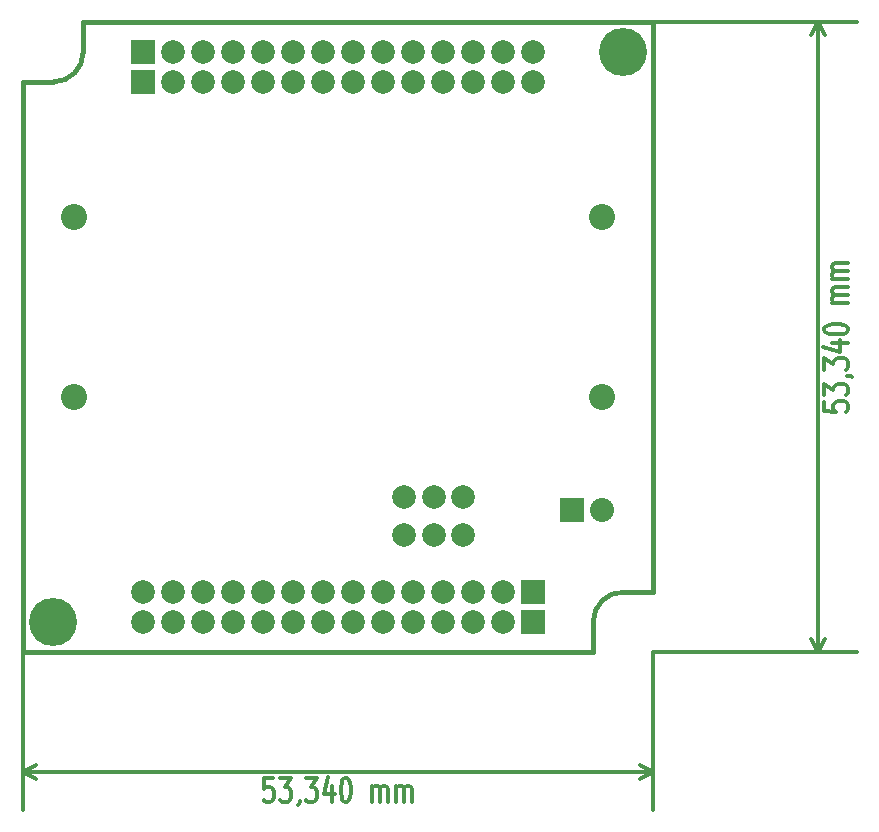
<source format=gbs>
G04 (created by PCBNEW (2013-mar-13)-testing) date Thu 27 Jun 2013 11:50:03 AM CEST*
%MOIN*%
G04 Gerber Fmt 3.4, Leading zero omitted, Abs format*
%FSLAX34Y34*%
G01*
G70*
G90*
G04 APERTURE LIST*
%ADD10C,0.005906*%
%ADD11C,0.015000*%
%ADD12C,0.012000*%
%ADD13C,0.079100*%
%ADD14C,0.086929*%
%ADD15C,0.160000*%
%ADD16R,0.080000X0.080000*%
%ADD17C,0.080000*%
%ADD18R,0.079100X0.079100*%
G04 APERTURE END LIST*
G54D10*
G54D11*
X44000Y-47500D02*
X44000Y-66500D01*
X25000Y-47500D02*
X44000Y-47500D01*
X23000Y-68500D02*
X23000Y-49500D01*
X42000Y-68500D02*
X23000Y-68500D01*
X42000Y-67500D02*
X42000Y-68500D01*
X43000Y-66500D02*
X44000Y-66500D01*
X24000Y-49500D02*
X23000Y-49500D01*
X25000Y-48500D02*
X25000Y-47500D01*
X24000Y-49500D02*
G75*
G03X25000Y-48500I0J1000D01*
G74*
G01*
X43000Y-66500D02*
G75*
G03X42000Y-67500I0J-1000D01*
G74*
G01*
G54D12*
X31328Y-72700D02*
X31042Y-72700D01*
X31014Y-73081D01*
X31042Y-73043D01*
X31099Y-73005D01*
X31242Y-73005D01*
X31299Y-73043D01*
X31328Y-73081D01*
X31357Y-73158D01*
X31357Y-73348D01*
X31328Y-73424D01*
X31299Y-73462D01*
X31242Y-73500D01*
X31099Y-73500D01*
X31042Y-73462D01*
X31014Y-73424D01*
X31557Y-72700D02*
X31928Y-72700D01*
X31728Y-73005D01*
X31814Y-73005D01*
X31871Y-73043D01*
X31899Y-73081D01*
X31928Y-73158D01*
X31928Y-73348D01*
X31899Y-73424D01*
X31871Y-73462D01*
X31814Y-73500D01*
X31642Y-73500D01*
X31585Y-73462D01*
X31557Y-73424D01*
X32214Y-73462D02*
X32214Y-73500D01*
X32185Y-73577D01*
X32157Y-73615D01*
X32414Y-72700D02*
X32785Y-72700D01*
X32585Y-73005D01*
X32671Y-73005D01*
X32728Y-73043D01*
X32757Y-73081D01*
X32785Y-73158D01*
X32785Y-73348D01*
X32757Y-73424D01*
X32728Y-73462D01*
X32671Y-73500D01*
X32500Y-73500D01*
X32442Y-73462D01*
X32414Y-73424D01*
X33300Y-72967D02*
X33300Y-73500D01*
X33157Y-72662D02*
X33014Y-73234D01*
X33385Y-73234D01*
X33728Y-72700D02*
X33785Y-72700D01*
X33842Y-72739D01*
X33871Y-72777D01*
X33900Y-72853D01*
X33928Y-73005D01*
X33928Y-73196D01*
X33900Y-73348D01*
X33871Y-73424D01*
X33842Y-73462D01*
X33785Y-73500D01*
X33728Y-73500D01*
X33671Y-73462D01*
X33642Y-73424D01*
X33614Y-73348D01*
X33585Y-73196D01*
X33585Y-73005D01*
X33614Y-72853D01*
X33642Y-72777D01*
X33671Y-72739D01*
X33728Y-72700D01*
X34642Y-73500D02*
X34642Y-72967D01*
X34642Y-73043D02*
X34671Y-73005D01*
X34728Y-72967D01*
X34814Y-72967D01*
X34871Y-73005D01*
X34900Y-73081D01*
X34900Y-73500D01*
X34900Y-73081D02*
X34928Y-73005D01*
X34985Y-72967D01*
X35071Y-72967D01*
X35128Y-73005D01*
X35157Y-73081D01*
X35157Y-73500D01*
X35442Y-73500D02*
X35442Y-72967D01*
X35442Y-73043D02*
X35471Y-73005D01*
X35528Y-72967D01*
X35614Y-72967D01*
X35671Y-73005D01*
X35700Y-73081D01*
X35700Y-73500D01*
X35700Y-73081D02*
X35728Y-73005D01*
X35785Y-72967D01*
X35871Y-72967D01*
X35928Y-73005D01*
X35957Y-73081D01*
X35957Y-73500D01*
X23000Y-72499D02*
X44000Y-72499D01*
X23000Y-68500D02*
X23000Y-73779D01*
X44000Y-68500D02*
X44000Y-73779D01*
X44000Y-72499D02*
X43557Y-72729D01*
X44000Y-72499D02*
X43557Y-72269D01*
X23000Y-72499D02*
X23443Y-72729D01*
X23000Y-72499D02*
X23443Y-72269D01*
X49701Y-60171D02*
X49701Y-60457D01*
X50082Y-60485D01*
X50044Y-60457D01*
X50006Y-60400D01*
X50006Y-60257D01*
X50044Y-60200D01*
X50082Y-60171D01*
X50159Y-60142D01*
X50349Y-60142D01*
X50425Y-60171D01*
X50463Y-60200D01*
X50501Y-60257D01*
X50501Y-60400D01*
X50463Y-60457D01*
X50425Y-60485D01*
X49701Y-59942D02*
X49701Y-59571D01*
X50006Y-59771D01*
X50006Y-59685D01*
X50044Y-59628D01*
X50082Y-59600D01*
X50159Y-59571D01*
X50349Y-59571D01*
X50425Y-59600D01*
X50463Y-59628D01*
X50501Y-59685D01*
X50501Y-59857D01*
X50463Y-59914D01*
X50425Y-59942D01*
X50463Y-59285D02*
X50501Y-59285D01*
X50578Y-59314D01*
X50616Y-59342D01*
X49701Y-59085D02*
X49701Y-58714D01*
X50006Y-58914D01*
X50006Y-58828D01*
X50044Y-58771D01*
X50082Y-58742D01*
X50159Y-58714D01*
X50349Y-58714D01*
X50425Y-58742D01*
X50463Y-58771D01*
X50501Y-58828D01*
X50501Y-59000D01*
X50463Y-59057D01*
X50425Y-59085D01*
X49968Y-58200D02*
X50501Y-58200D01*
X49663Y-58342D02*
X50235Y-58485D01*
X50235Y-58114D01*
X49701Y-57771D02*
X49701Y-57714D01*
X49740Y-57657D01*
X49778Y-57628D01*
X49854Y-57600D01*
X50006Y-57571D01*
X50197Y-57571D01*
X50349Y-57600D01*
X50425Y-57628D01*
X50463Y-57657D01*
X50501Y-57714D01*
X50501Y-57771D01*
X50463Y-57828D01*
X50425Y-57857D01*
X50349Y-57885D01*
X50197Y-57914D01*
X50006Y-57914D01*
X49854Y-57885D01*
X49778Y-57857D01*
X49740Y-57828D01*
X49701Y-57771D01*
X50501Y-56857D02*
X49968Y-56857D01*
X50044Y-56857D02*
X50006Y-56828D01*
X49968Y-56771D01*
X49968Y-56685D01*
X50006Y-56628D01*
X50082Y-56599D01*
X50501Y-56599D01*
X50082Y-56599D02*
X50006Y-56571D01*
X49968Y-56514D01*
X49968Y-56428D01*
X50006Y-56371D01*
X50082Y-56342D01*
X50501Y-56342D01*
X50501Y-56057D02*
X49968Y-56057D01*
X50044Y-56057D02*
X50006Y-56028D01*
X49968Y-55971D01*
X49968Y-55885D01*
X50006Y-55828D01*
X50082Y-55799D01*
X50501Y-55799D01*
X50082Y-55799D02*
X50006Y-55771D01*
X49968Y-55714D01*
X49968Y-55628D01*
X50006Y-55571D01*
X50082Y-55542D01*
X50501Y-55542D01*
X49500Y-68500D02*
X49500Y-47500D01*
X44000Y-68500D02*
X50780Y-68500D01*
X44000Y-47500D02*
X50780Y-47500D01*
X49500Y-47500D02*
X49730Y-47943D01*
X49500Y-47500D02*
X49270Y-47943D01*
X49500Y-68500D02*
X49730Y-68057D01*
X49500Y-68500D02*
X49270Y-68057D01*
G54D13*
X36677Y-63338D03*
X35693Y-63338D03*
X37661Y-63338D03*
X37661Y-64598D03*
X36677Y-64598D03*
X35693Y-64598D03*
G54D14*
X24701Y-60000D03*
X42299Y-60000D03*
X42299Y-54000D03*
X24701Y-54000D03*
G54D15*
X43000Y-48500D03*
X24000Y-67500D03*
G54D16*
X41300Y-63760D03*
G54D17*
X42300Y-63760D03*
G54D13*
X40000Y-49500D03*
X39000Y-49500D03*
X38000Y-49500D03*
X37000Y-49500D03*
X36000Y-49500D03*
X35000Y-49500D03*
X34000Y-49500D03*
X33000Y-49500D03*
X32000Y-49500D03*
X31000Y-49500D03*
X30000Y-49500D03*
X29000Y-49500D03*
X28000Y-49500D03*
G54D18*
X27000Y-49500D03*
X27000Y-48500D03*
G54D13*
X28000Y-48500D03*
X29000Y-48500D03*
X30000Y-48500D03*
X31000Y-48500D03*
X32000Y-48500D03*
X33000Y-48500D03*
X34000Y-48500D03*
X35000Y-48500D03*
X36000Y-48500D03*
X37000Y-48500D03*
X38000Y-48500D03*
X39000Y-48500D03*
X40000Y-48500D03*
X27000Y-66500D03*
X28000Y-66500D03*
X29000Y-66500D03*
X30000Y-66500D03*
X31000Y-66500D03*
X32000Y-66500D03*
X33000Y-66500D03*
X34000Y-66500D03*
X35000Y-66500D03*
X36000Y-66500D03*
X37000Y-66500D03*
X38000Y-66500D03*
X39000Y-66500D03*
G54D18*
X40000Y-66500D03*
X40000Y-67500D03*
G54D13*
X39000Y-67500D03*
X38000Y-67500D03*
X37000Y-67500D03*
X36000Y-67500D03*
X35000Y-67500D03*
X34000Y-67500D03*
X33000Y-67500D03*
X32000Y-67500D03*
X31000Y-67500D03*
X30000Y-67500D03*
X29000Y-67500D03*
X28000Y-67500D03*
X27000Y-67500D03*
M02*

</source>
